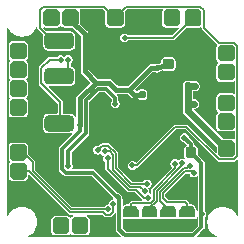
<source format=gbr>
%TF.GenerationSoftware,KiCad,Pcbnew,8.99.0-2608-ga0707285a1*%
%TF.CreationDate,2024-11-05T22:28:22-05:00*%
%TF.ProjectId,scampi,7363616d-7069-42e6-9b69-6361645f7063,rev?*%
%TF.SameCoordinates,Original*%
%TF.FileFunction,Copper,L2,Bot*%
%TF.FilePolarity,Positive*%
%FSLAX46Y46*%
G04 Gerber Fmt 4.6, Leading zero omitted, Abs format (unit mm)*
G04 Created by KiCad (PCBNEW 8.99.0-2608-ga0707285a1) date 2024-11-05 22:28:22*
%MOMM*%
%LPD*%
G01*
G04 APERTURE LIST*
%TA.AperFunction,ViaPad*%
%ADD10C,0.500000*%
%TD*%
%TA.AperFunction,Conductor*%
%ADD11C,0.127000*%
%TD*%
%TA.AperFunction,Conductor*%
%ADD12C,0.400000*%
%TD*%
%TA.AperFunction,Conductor*%
%ADD13C,0.300000*%
%TD*%
%TA.AperFunction,Conductor*%
%ADD14C,0.200000*%
%TD*%
%TA.AperFunction,Conductor*%
%ADD15C,0.600000*%
%TD*%
G04 APERTURE END LIST*
%TA.AperFunction,ComponentPad*%
G36*
G01*
X156100000Y-93890000D02*
X156100000Y-92910000D01*
G75*
G02*
X156310000Y-92700000I210000J0D01*
G01*
X157290000Y-92700000D01*
G75*
G02*
X157500000Y-92910000I0J-210000D01*
G01*
X157500000Y-93890000D01*
G75*
G02*
X157290000Y-94100000I-210000J0D01*
G01*
X156310000Y-94100000D01*
G75*
G02*
X156100000Y-93890000I0J210000D01*
G01*
G37*
%TD.AperFunction*%
%TA.AperFunction,ComponentPad*%
G36*
G01*
X156100000Y-95490000D02*
X156100000Y-94510000D01*
G75*
G02*
X156310000Y-94300000I210000J0D01*
G01*
X157290000Y-94300000D01*
G75*
G02*
X157500000Y-94510000I0J-210000D01*
G01*
X157500000Y-95490000D01*
G75*
G02*
X157290000Y-95700000I-210000J0D01*
G01*
X156310000Y-95700000D01*
G75*
G02*
X156100000Y-95490000I0J210000D01*
G01*
G37*
%TD.AperFunction*%
%TA.AperFunction,ComponentPad*%
G36*
G01*
X156100000Y-89690000D02*
X156100000Y-88710000D01*
G75*
G02*
X156310000Y-88500000I210000J0D01*
G01*
X157290000Y-88500000D01*
G75*
G02*
X157500000Y-88710000I0J-210000D01*
G01*
X157500000Y-89690000D01*
G75*
G02*
X157290000Y-89900000I-210000J0D01*
G01*
X156310000Y-89900000D01*
G75*
G02*
X156100000Y-89690000I0J210000D01*
G01*
G37*
%TD.AperFunction*%
%TA.AperFunction,ComponentPad*%
G36*
G01*
X156100000Y-91290000D02*
X156100000Y-90310000D01*
G75*
G02*
X156310000Y-90100000I210000J0D01*
G01*
X157290000Y-90100000D01*
G75*
G02*
X157500000Y-90310000I0J-210000D01*
G01*
X157500000Y-91290000D01*
G75*
G02*
X157290000Y-91500000I-210000J0D01*
G01*
X156310000Y-91500000D01*
G75*
G02*
X156100000Y-91290000I0J210000D01*
G01*
G37*
%TD.AperFunction*%
%TA.AperFunction,ComponentPad*%
G36*
G01*
X143700000Y-104290000D02*
X143700000Y-103310000D01*
G75*
G02*
X143910000Y-103100000I210000J0D01*
G01*
X144890000Y-103100000D01*
G75*
G02*
X145100000Y-103310000I0J-210000D01*
G01*
X145100000Y-104290000D01*
G75*
G02*
X144890000Y-104500000I-210000J0D01*
G01*
X143910000Y-104500000D01*
G75*
G02*
X143700000Y-104290000I0J210000D01*
G01*
G37*
%TD.AperFunction*%
%TA.AperFunction,ComponentPad*%
G36*
G01*
X139900000Y-98710000D02*
X139900000Y-99690000D01*
G75*
G02*
X139690000Y-99900000I-210000J0D01*
G01*
X138710000Y-99900000D01*
G75*
G02*
X138500000Y-99690000I0J210000D01*
G01*
X138500000Y-98710000D01*
G75*
G02*
X138710000Y-98500000I210000J0D01*
G01*
X139690000Y-98500000D01*
G75*
G02*
X139900000Y-98710000I0J-210000D01*
G01*
G37*
%TD.AperFunction*%
%TA.AperFunction,ComponentPad*%
G36*
G01*
X139900000Y-97110000D02*
X139900000Y-98090000D01*
G75*
G02*
X139690000Y-98300000I-210000J0D01*
G01*
X138710000Y-98300000D01*
G75*
G02*
X138500000Y-98090000I0J210000D01*
G01*
X138500000Y-97110000D01*
G75*
G02*
X138710000Y-96900000I210000J0D01*
G01*
X139690000Y-96900000D01*
G75*
G02*
X139900000Y-97110000I0J-210000D01*
G01*
G37*
%TD.AperFunction*%
%TA.AperFunction,SMDPad,CuDef*%
G36*
G01*
X141750000Y-90450000D02*
X143550000Y-90450000D01*
G75*
G02*
X143900000Y-90800000I0J-350000D01*
G01*
X143900000Y-91500000D01*
G75*
G02*
X143550000Y-91850000I-350000J0D01*
G01*
X141750000Y-91850000D01*
G75*
G02*
X141400000Y-91500000I0J350000D01*
G01*
X141400000Y-90800000D01*
G75*
G02*
X141750000Y-90450000I350000J0D01*
G01*
G37*
%TD.AperFunction*%
%TA.AperFunction,SMDPad,CuDef*%
G36*
G01*
X141750000Y-94450000D02*
X143550000Y-94450000D01*
G75*
G02*
X143900000Y-94800000I0J-350000D01*
G01*
X143900000Y-95500000D01*
G75*
G02*
X143550000Y-95850000I-350000J0D01*
G01*
X141750000Y-95850000D01*
G75*
G02*
X141400000Y-95500000I0J350000D01*
G01*
X141400000Y-94800000D01*
G75*
G02*
X141750000Y-94450000I350000J0D01*
G01*
G37*
%TD.AperFunction*%
%TA.AperFunction,SMDPad,CuDef*%
G36*
G01*
X141750000Y-87450000D02*
X143550000Y-87450000D01*
G75*
G02*
X143900000Y-87800000I0J-350000D01*
G01*
X143900000Y-88500000D01*
G75*
G02*
X143550000Y-88850000I-350000J0D01*
G01*
X141750000Y-88850000D01*
G75*
G02*
X141400000Y-88500000I0J350000D01*
G01*
X141400000Y-87800000D01*
G75*
G02*
X141750000Y-87450000I350000J0D01*
G01*
G37*
%TD.AperFunction*%
%TA.AperFunction,SMDPad,CuDef*%
G36*
G01*
X148450000Y-95550000D02*
X150250000Y-95550000D01*
G75*
G02*
X150600000Y-95900000I0J-350000D01*
G01*
X150600000Y-96600000D01*
G75*
G02*
X150250000Y-96950000I-350000J0D01*
G01*
X148450000Y-96950000D01*
G75*
G02*
X148100000Y-96600000I0J350000D01*
G01*
X148100000Y-95900000D01*
G75*
G02*
X148450000Y-95550000I350000J0D01*
G01*
G37*
%TD.AperFunction*%
%TA.AperFunction,ComponentPad*%
G36*
G01*
X146700000Y-86690000D02*
X146700000Y-85710000D01*
G75*
G02*
X146910000Y-85500000I210000J0D01*
G01*
X147890000Y-85500000D01*
G75*
G02*
X148100000Y-85710000I0J-210000D01*
G01*
X148100000Y-86690000D01*
G75*
G02*
X147890000Y-86900000I-210000J0D01*
G01*
X146910000Y-86900000D01*
G75*
G02*
X146700000Y-86690000I0J210000D01*
G01*
G37*
%TD.AperFunction*%
%TA.AperFunction,ComponentPad*%
G36*
G01*
X144500000Y-86690000D02*
X144500000Y-85710000D01*
G75*
G02*
X144710000Y-85500000I210000J0D01*
G01*
X145690000Y-85500000D01*
G75*
G02*
X145900000Y-85710000I0J-210000D01*
G01*
X145900000Y-86690000D01*
G75*
G02*
X145690000Y-86900000I-210000J0D01*
G01*
X144710000Y-86900000D01*
G75*
G02*
X144500000Y-86690000I0J210000D01*
G01*
G37*
%TD.AperFunction*%
%TA.AperFunction,ComponentPad*%
G36*
G01*
X142900000Y-86690000D02*
X142900000Y-85710000D01*
G75*
G02*
X143110000Y-85500000I210000J0D01*
G01*
X144090000Y-85500000D01*
G75*
G02*
X144300000Y-85710000I0J-210000D01*
G01*
X144300000Y-86690000D01*
G75*
G02*
X144090000Y-86900000I-210000J0D01*
G01*
X143110000Y-86900000D01*
G75*
G02*
X142900000Y-86690000I0J210000D01*
G01*
G37*
%TD.AperFunction*%
%TA.AperFunction,ComponentPad*%
G36*
G01*
X138500000Y-92690000D02*
X138500000Y-91710000D01*
G75*
G02*
X138710000Y-91500000I210000J0D01*
G01*
X139690000Y-91500000D01*
G75*
G02*
X139900000Y-91710000I0J-210000D01*
G01*
X139900000Y-92690000D01*
G75*
G02*
X139690000Y-92900000I-210000J0D01*
G01*
X138710000Y-92900000D01*
G75*
G02*
X138500000Y-92690000I0J210000D01*
G01*
G37*
%TD.AperFunction*%
%TA.AperFunction,ComponentPad*%
G36*
G01*
X141300000Y-86690000D02*
X141300000Y-85710000D01*
G75*
G02*
X141510000Y-85500000I210000J0D01*
G01*
X142490000Y-85500000D01*
G75*
G02*
X142700000Y-85710000I0J-210000D01*
G01*
X142700000Y-86690000D01*
G75*
G02*
X142490000Y-86900000I-210000J0D01*
G01*
X141510000Y-86900000D01*
G75*
G02*
X141300000Y-86690000I0J210000D01*
G01*
G37*
%TD.AperFunction*%
%TA.AperFunction,ComponentPad*%
G36*
G01*
X156109832Y-99625239D02*
X156109832Y-98645239D01*
G75*
G02*
X156319832Y-98435239I210000J0D01*
G01*
X157299832Y-98435239D01*
G75*
G02*
X157509832Y-98645239I0J-210000D01*
G01*
X157509832Y-99625239D01*
G75*
G02*
X157299832Y-99835239I-210000J0D01*
G01*
X156319832Y-99835239D01*
G75*
G02*
X156109832Y-99625239I0J210000D01*
G01*
G37*
%TD.AperFunction*%
%TA.AperFunction,ComponentPad*%
G36*
G01*
X151500000Y-86690000D02*
X151500000Y-85710000D01*
G75*
G02*
X151710000Y-85500000I210000J0D01*
G01*
X152690000Y-85500000D01*
G75*
G02*
X152900000Y-85710000I0J-210000D01*
G01*
X152900000Y-86690000D01*
G75*
G02*
X152690000Y-86900000I-210000J0D01*
G01*
X151710000Y-86900000D01*
G75*
G02*
X151500000Y-86690000I0J210000D01*
G01*
G37*
%TD.AperFunction*%
%TA.AperFunction,ComponentPad*%
G36*
G01*
X138500000Y-95890000D02*
X138500000Y-94910000D01*
G75*
G02*
X138710000Y-94700000I210000J0D01*
G01*
X139690000Y-94700000D01*
G75*
G02*
X139900000Y-94910000I0J-210000D01*
G01*
X139900000Y-95890000D01*
G75*
G02*
X139690000Y-96100000I-210000J0D01*
G01*
X138710000Y-96100000D01*
G75*
G02*
X138500000Y-95890000I0J210000D01*
G01*
G37*
%TD.AperFunction*%
%TA.AperFunction,ComponentPad*%
G36*
G01*
X138500000Y-101290000D02*
X138500000Y-100310000D01*
G75*
G02*
X138710000Y-100100000I210000J0D01*
G01*
X139690000Y-100100000D01*
G75*
G02*
X139900000Y-100310000I0J-210000D01*
G01*
X139900000Y-101290000D01*
G75*
G02*
X139690000Y-101500000I-210000J0D01*
G01*
X138710000Y-101500000D01*
G75*
G02*
X138500000Y-101290000I0J210000D01*
G01*
G37*
%TD.AperFunction*%
%TA.AperFunction,ComponentPad*%
G36*
G01*
X138500000Y-89490000D02*
X138500000Y-88510000D01*
G75*
G02*
X138710000Y-88300000I210000J0D01*
G01*
X139690000Y-88300000D01*
G75*
G02*
X139900000Y-88510000I0J-210000D01*
G01*
X139900000Y-89490000D01*
G75*
G02*
X139690000Y-89700000I-210000J0D01*
G01*
X138710000Y-89700000D01*
G75*
G02*
X138500000Y-89490000I0J210000D01*
G01*
G37*
%TD.AperFunction*%
%TA.AperFunction,ComponentPad*%
G36*
G01*
X138500000Y-94290000D02*
X138500000Y-93310000D01*
G75*
G02*
X138710000Y-93100000I210000J0D01*
G01*
X139690000Y-93100000D01*
G75*
G02*
X139900000Y-93310000I0J-210000D01*
G01*
X139900000Y-94290000D01*
G75*
G02*
X139690000Y-94500000I-210000J0D01*
G01*
X138710000Y-94500000D01*
G75*
G02*
X138500000Y-94290000I0J210000D01*
G01*
G37*
%TD.AperFunction*%
%TA.AperFunction,ComponentPad*%
G36*
G01*
X156109832Y-97775239D02*
X156109832Y-96795239D01*
G75*
G02*
X156319832Y-96585239I210000J0D01*
G01*
X157299832Y-96585239D01*
G75*
G02*
X157509832Y-96795239I0J-210000D01*
G01*
X157509832Y-97775239D01*
G75*
G02*
X157299832Y-97985239I-210000J0D01*
G01*
X156319832Y-97985239D01*
G75*
G02*
X156109832Y-97775239I0J210000D01*
G01*
G37*
%TD.AperFunction*%
%TA.AperFunction,ComponentPad*%
G36*
G01*
X138500000Y-91090000D02*
X138500000Y-90110000D01*
G75*
G02*
X138710000Y-89900000I210000J0D01*
G01*
X139690000Y-89900000D01*
G75*
G02*
X139900000Y-90110000I0J-210000D01*
G01*
X139900000Y-91090000D01*
G75*
G02*
X139690000Y-91300000I-210000J0D01*
G01*
X138710000Y-91300000D01*
G75*
G02*
X138500000Y-91090000I0J210000D01*
G01*
G37*
%TD.AperFunction*%
%TA.AperFunction,ComponentPad*%
G36*
G01*
X153300000Y-86690000D02*
X153300000Y-85710000D01*
G75*
G02*
X153510000Y-85500000I210000J0D01*
G01*
X154490000Y-85500000D01*
G75*
G02*
X154700000Y-85710000I0J-210000D01*
G01*
X154700000Y-86690000D01*
G75*
G02*
X154490000Y-86900000I-210000J0D01*
G01*
X153510000Y-86900000D01*
G75*
G02*
X153300000Y-86690000I0J210000D01*
G01*
G37*
%TD.AperFunction*%
%TA.AperFunction,SMDPad,CuDef*%
G36*
G01*
X153840000Y-93305411D02*
X153840000Y-93645411D01*
G75*
G02*
X153700000Y-93785411I-140000J0D01*
G01*
X153420000Y-93785411D01*
G75*
G02*
X153280000Y-93645411I0J140000D01*
G01*
X153280000Y-93305411D01*
G75*
G02*
X153420000Y-93165411I140000J0D01*
G01*
X153700000Y-93165411D01*
G75*
G02*
X153840000Y-93305411I0J-140000D01*
G01*
G37*
%TD.AperFunction*%
%TA.AperFunction,SMDPad,CuDef*%
G36*
G01*
X152880000Y-93305411D02*
X152880000Y-93645411D01*
G75*
G02*
X152740000Y-93785411I-140000J0D01*
G01*
X152460000Y-93785411D01*
G75*
G02*
X152320000Y-93645411I0J140000D01*
G01*
X152320000Y-93305411D01*
G75*
G02*
X152460000Y-93165411I140000J0D01*
G01*
X152740000Y-93165411D01*
G75*
G02*
X152880000Y-93305411I0J-140000D01*
G01*
G37*
%TD.AperFunction*%
%TA.AperFunction,SMDPad,CuDef*%
G36*
X150975000Y-103300000D02*
G01*
X150975000Y-103800000D01*
X150969911Y-103800000D01*
X150969911Y-103871157D01*
X150929816Y-104007708D01*
X150852875Y-104127430D01*
X150745320Y-104220627D01*
X150615866Y-104279746D01*
X150475000Y-104300000D01*
X150125000Y-104300000D01*
X149984134Y-104279746D01*
X149854680Y-104220627D01*
X149747125Y-104127430D01*
X149670184Y-104007708D01*
X149630089Y-103871157D01*
X149630089Y-103800000D01*
X149625000Y-103800000D01*
X149625000Y-103300000D01*
X150975000Y-103300000D01*
G37*
%TD.AperFunction*%
%TA.AperFunction,SMDPad,CuDef*%
G36*
X149630089Y-102600000D02*
G01*
X149630089Y-102528843D01*
X149670184Y-102392292D01*
X149747125Y-102272570D01*
X149854680Y-102179373D01*
X149984134Y-102120254D01*
X150125000Y-102100000D01*
X150475000Y-102100000D01*
X150615866Y-102120254D01*
X150745320Y-102179373D01*
X150852875Y-102272570D01*
X150929816Y-102392292D01*
X150969911Y-102528843D01*
X150969911Y-102600000D01*
X150975000Y-102600000D01*
X150975000Y-103100000D01*
X149625000Y-103100000D01*
X149625000Y-102600000D01*
X149630089Y-102600000D01*
G37*
%TD.AperFunction*%
%TA.AperFunction,SMDPad,CuDef*%
G36*
X149375000Y-103300000D02*
G01*
X149375000Y-103800000D01*
X149369911Y-103800000D01*
X149369911Y-103871157D01*
X149329816Y-104007708D01*
X149252875Y-104127430D01*
X149145320Y-104220627D01*
X149015866Y-104279746D01*
X148875000Y-104300000D01*
X148525000Y-104300000D01*
X148384134Y-104279746D01*
X148254680Y-104220627D01*
X148147125Y-104127430D01*
X148070184Y-104007708D01*
X148030089Y-103871157D01*
X148030089Y-103800000D01*
X148025000Y-103800000D01*
X148025000Y-103300000D01*
X149375000Y-103300000D01*
G37*
%TD.AperFunction*%
%TA.AperFunction,SMDPad,CuDef*%
G36*
X148030089Y-102600000D02*
G01*
X148030089Y-102528843D01*
X148070184Y-102392292D01*
X148147125Y-102272570D01*
X148254680Y-102179373D01*
X148384134Y-102120254D01*
X148525000Y-102100000D01*
X148875000Y-102100000D01*
X149015866Y-102120254D01*
X149145320Y-102179373D01*
X149252875Y-102272570D01*
X149329816Y-102392292D01*
X149369911Y-102528843D01*
X149369911Y-102600000D01*
X149375000Y-102600000D01*
X149375000Y-103100000D01*
X148025000Y-103100000D01*
X148025000Y-102600000D01*
X148030089Y-102600000D01*
G37*
%TD.AperFunction*%
%TA.AperFunction,SMDPad,CuDef*%
G36*
X154175000Y-103300000D02*
G01*
X154175000Y-103800000D01*
X154169911Y-103800000D01*
X154169911Y-103871157D01*
X154129816Y-104007708D01*
X154052875Y-104127430D01*
X153945320Y-104220627D01*
X153815866Y-104279746D01*
X153675000Y-104300000D01*
X153325000Y-104300000D01*
X153184134Y-104279746D01*
X153054680Y-104220627D01*
X152947125Y-104127430D01*
X152870184Y-104007708D01*
X152830089Y-103871157D01*
X152830089Y-103800000D01*
X152825000Y-103800000D01*
X152825000Y-103300000D01*
X154175000Y-103300000D01*
G37*
%TD.AperFunction*%
%TA.AperFunction,SMDPad,CuDef*%
G36*
X152830089Y-102600000D02*
G01*
X152830089Y-102528843D01*
X152870184Y-102392292D01*
X152947125Y-102272570D01*
X153054680Y-102179373D01*
X153184134Y-102120254D01*
X153325000Y-102100000D01*
X153675000Y-102100000D01*
X153815866Y-102120254D01*
X153945320Y-102179373D01*
X154052875Y-102272570D01*
X154129816Y-102392292D01*
X154169911Y-102528843D01*
X154169911Y-102600000D01*
X154175000Y-102600000D01*
X154175000Y-103100000D01*
X152825000Y-103100000D01*
X152825000Y-102600000D01*
X152830089Y-102600000D01*
G37*
%TD.AperFunction*%
%TA.AperFunction,SMDPad,CuDef*%
G36*
G01*
X149424518Y-92873604D02*
X149424518Y-92533604D01*
G75*
G02*
X149564518Y-92393604I140000J0D01*
G01*
X149844518Y-92393604D01*
G75*
G02*
X149984518Y-92533604I0J-140000D01*
G01*
X149984518Y-92873604D01*
G75*
G02*
X149844518Y-93013604I-140000J0D01*
G01*
X149564518Y-93013604D01*
G75*
G02*
X149424518Y-92873604I0J140000D01*
G01*
G37*
%TD.AperFunction*%
%TA.AperFunction,SMDPad,CuDef*%
G36*
G01*
X150384518Y-92873604D02*
X150384518Y-92533604D01*
G75*
G02*
X150524518Y-92393604I140000J0D01*
G01*
X150804518Y-92393604D01*
G75*
G02*
X150944518Y-92533604I0J-140000D01*
G01*
X150944518Y-92873604D01*
G75*
G02*
X150804518Y-93013604I-140000J0D01*
G01*
X150524518Y-93013604D01*
G75*
G02*
X150384518Y-92873604I0J140000D01*
G01*
G37*
%TD.AperFunction*%
%TA.AperFunction,SMDPad,CuDef*%
G36*
G01*
X152150000Y-90550000D02*
X151650000Y-90550000D01*
G75*
G02*
X151425000Y-90325000I0J225000D01*
G01*
X151425000Y-89875000D01*
G75*
G02*
X151650000Y-89650000I225000J0D01*
G01*
X152150000Y-89650000D01*
G75*
G02*
X152375000Y-89875000I0J-225000D01*
G01*
X152375000Y-90325000D01*
G75*
G02*
X152150000Y-90550000I-225000J0D01*
G01*
G37*
%TD.AperFunction*%
%TA.AperFunction,SMDPad,CuDef*%
G36*
G01*
X152150000Y-89000000D02*
X151650000Y-89000000D01*
G75*
G02*
X151425000Y-88775000I0J225000D01*
G01*
X151425000Y-88325000D01*
G75*
G02*
X151650000Y-88100000I225000J0D01*
G01*
X152150000Y-88100000D01*
G75*
G02*
X152375000Y-88325000I0J-225000D01*
G01*
X152375000Y-88775000D01*
G75*
G02*
X152150000Y-89000000I-225000J0D01*
G01*
G37*
%TD.AperFunction*%
%TA.AperFunction,SMDPad,CuDef*%
G36*
X152575000Y-103300000D02*
G01*
X152575000Y-103800000D01*
X152569911Y-103800000D01*
X152569911Y-103871157D01*
X152529816Y-104007708D01*
X152452875Y-104127430D01*
X152345320Y-104220627D01*
X152215866Y-104279746D01*
X152075000Y-104300000D01*
X151725000Y-104300000D01*
X151584134Y-104279746D01*
X151454680Y-104220627D01*
X151347125Y-104127430D01*
X151270184Y-104007708D01*
X151230089Y-103871157D01*
X151230089Y-103800000D01*
X151225000Y-103800000D01*
X151225000Y-103300000D01*
X152575000Y-103300000D01*
G37*
%TD.AperFunction*%
%TA.AperFunction,SMDPad,CuDef*%
G36*
X151230089Y-102600000D02*
G01*
X151230089Y-102528843D01*
X151270184Y-102392292D01*
X151347125Y-102272570D01*
X151454680Y-102179373D01*
X151584134Y-102120254D01*
X151725000Y-102100000D01*
X152075000Y-102100000D01*
X152215866Y-102120254D01*
X152345320Y-102179373D01*
X152452875Y-102272570D01*
X152529816Y-102392292D01*
X152569911Y-102528843D01*
X152569911Y-102600000D01*
X152575000Y-102600000D01*
X152575000Y-103100000D01*
X151225000Y-103100000D01*
X151225000Y-102600000D01*
X151230089Y-102600000D01*
G37*
%TD.AperFunction*%
%TA.AperFunction,SMDPad,CuDef*%
G36*
G01*
X154250000Y-97350000D02*
X154250000Y-97850000D01*
G75*
G02*
X154025000Y-98075000I-225000J0D01*
G01*
X153575000Y-98075000D01*
G75*
G02*
X153350000Y-97850000I0J225000D01*
G01*
X153350000Y-97350000D01*
G75*
G02*
X153575000Y-97125000I225000J0D01*
G01*
X154025000Y-97125000D01*
G75*
G02*
X154250000Y-97350000I0J-225000D01*
G01*
G37*
%TD.AperFunction*%
%TA.AperFunction,SMDPad,CuDef*%
G36*
G01*
X152700000Y-97350000D02*
X152700000Y-97850000D01*
G75*
G02*
X152475000Y-98075000I-225000J0D01*
G01*
X152025000Y-98075000D01*
G75*
G02*
X151800000Y-97850000I0J225000D01*
G01*
X151800000Y-97350000D01*
G75*
G02*
X152025000Y-97125000I225000J0D01*
G01*
X152475000Y-97125000D01*
G75*
G02*
X152700000Y-97350000I0J-225000D01*
G01*
G37*
%TD.AperFunction*%
%TA.AperFunction,SMDPad,CuDef*%
G36*
G01*
X153840000Y-91805000D02*
X153840000Y-92145000D01*
G75*
G02*
X153700000Y-92285000I-140000J0D01*
G01*
X153420000Y-92285000D01*
G75*
G02*
X153280000Y-92145000I0J140000D01*
G01*
X153280000Y-91805000D01*
G75*
G02*
X153420000Y-91665000I140000J0D01*
G01*
X153700000Y-91665000D01*
G75*
G02*
X153840000Y-91805000I0J-140000D01*
G01*
G37*
%TD.AperFunction*%
%TA.AperFunction,SMDPad,CuDef*%
G36*
G01*
X152880000Y-91805000D02*
X152880000Y-92145000D01*
G75*
G02*
X152740000Y-92285000I-140000J0D01*
G01*
X152460000Y-92285000D01*
G75*
G02*
X152320000Y-92145000I0J140000D01*
G01*
X152320000Y-91805000D01*
G75*
G02*
X152460000Y-91665000I140000J0D01*
G01*
X152740000Y-91665000D01*
G75*
G02*
X152880000Y-91805000I0J-140000D01*
G01*
G37*
%TD.AperFunction*%
%TA.AperFunction,ComponentPad*%
G36*
G01*
X145300000Y-104290000D02*
X145300000Y-103310000D01*
G75*
G02*
X145510000Y-103100000I210000J0D01*
G01*
X146490000Y-103100000D01*
G75*
G02*
X146700000Y-103310000I0J-210000D01*
G01*
X146700000Y-104290000D01*
G75*
G02*
X146490000Y-104500000I-210000J0D01*
G01*
X145510000Y-104500000D01*
G75*
G02*
X145300000Y-104290000I0J210000D01*
G01*
G37*
%TD.AperFunction*%
%TA.AperFunction,ComponentPad*%
G36*
G01*
X142100000Y-104290000D02*
X142100000Y-103310000D01*
G75*
G02*
X142310000Y-103100000I210000J0D01*
G01*
X143290000Y-103100000D01*
G75*
G02*
X143500000Y-103310000I0J-210000D01*
G01*
X143500000Y-104290000D01*
G75*
G02*
X143290000Y-104500000I-210000J0D01*
G01*
X142310000Y-104500000D01*
G75*
G02*
X142100000Y-104290000I0J210000D01*
G01*
G37*
%TD.AperFunction*%
D10*
X147208323Y-101991841D03*
X146760575Y-102430764D03*
X146094763Y-98043240D03*
X147660875Y-96031795D03*
X150932227Y-90460000D03*
X140650000Y-96450000D03*
X146690231Y-101488324D03*
X141019320Y-98452748D03*
X144800000Y-100630000D03*
X141347667Y-89295030D03*
X150734900Y-85730635D03*
X148200330Y-87221401D03*
X142772997Y-89750000D03*
X148200000Y-87900000D03*
X146500000Y-89900000D03*
X148850000Y-98700000D03*
X142437163Y-96318299D03*
X145600000Y-94600000D03*
X151000000Y-99350000D03*
X147600000Y-101400000D03*
X147500000Y-92300000D03*
X145742013Y-91683407D03*
X153259726Y-96345912D03*
X154725846Y-102825846D03*
X150675000Y-93725000D03*
X144930000Y-98510000D03*
X147094782Y-103833576D03*
X148766461Y-89168761D03*
X155498919Y-98731486D03*
X141500000Y-93950000D03*
X152450000Y-100700000D03*
X152100000Y-95200000D03*
X153050000Y-87950000D03*
X140241844Y-89830053D03*
X156250000Y-101500000D03*
X146231267Y-87073168D03*
X149329349Y-95000000D03*
X145029276Y-96886129D03*
X147700000Y-91050000D03*
X150500000Y-89200000D03*
X140245146Y-93007561D03*
X148700000Y-103800000D03*
X141430000Y-102620000D03*
X157150000Y-100300000D03*
X155809233Y-92092842D03*
X155000000Y-88100000D03*
X141400000Y-104000000D03*
X151250000Y-87250000D03*
X140750000Y-88050000D03*
X154100000Y-91100000D03*
X142680000Y-100610000D03*
X148250000Y-98200000D03*
X140580000Y-101730000D03*
X147392781Y-93483309D03*
X143427000Y-98777000D03*
X154119756Y-91969043D03*
X154100000Y-93475411D03*
X146764724Y-98109168D03*
X150213060Y-101443252D03*
X149900000Y-100900000D03*
X146534121Y-97517784D03*
X143400000Y-89750000D03*
X150094689Y-100259952D03*
X145916702Y-97402483D03*
X153072451Y-98484931D03*
X154078546Y-99332983D03*
X153713381Y-98729789D03*
X152447901Y-98540324D03*
X144400000Y-95300000D03*
D11*
X146463500Y-85263500D02*
X147400000Y-86200000D01*
X141286500Y-85263500D02*
X146463500Y-85263500D01*
X141000000Y-87050000D02*
X141000000Y-85550000D01*
X142100000Y-88150000D02*
X141000000Y-87050000D01*
X141000000Y-85550000D02*
X141286500Y-85263500D01*
X142750000Y-88150000D02*
X142100000Y-88150000D01*
D12*
X144800000Y-87560000D02*
X143600000Y-86360000D01*
X144800000Y-90741394D02*
X144800000Y-87560000D01*
X145742013Y-91683407D02*
X144800000Y-90741394D01*
X143600000Y-86360000D02*
X143600000Y-86200000D01*
D13*
X143427000Y-97473000D02*
X143427000Y-98777000D01*
X144927000Y-95973000D02*
X143427000Y-97473000D01*
X144927000Y-93173000D02*
X144927000Y-95973000D01*
X145900000Y-92200000D02*
X144927000Y-93173000D01*
X147392781Y-93483309D02*
X147392781Y-92992781D01*
X147392781Y-92992781D02*
X146600000Y-92200000D01*
X146600000Y-92200000D02*
X145900000Y-92200000D01*
D12*
X150932227Y-90460000D02*
X151900000Y-90100000D01*
X150932227Y-90460000D02*
X150440000Y-90460000D01*
X150440000Y-90460000D02*
X148600000Y-92300000D01*
D14*
X142750000Y-93350000D02*
X142750000Y-95150000D01*
X141150000Y-91750000D02*
X142750000Y-93350000D01*
X141150000Y-90450000D02*
X141150000Y-91750000D01*
X141850000Y-89750000D02*
X141150000Y-90450000D01*
X142772997Y-89750000D02*
X141850000Y-89750000D01*
X143400000Y-90500000D02*
X143400000Y-89750000D01*
X142750000Y-91150000D02*
X143400000Y-90500000D01*
D13*
X154700000Y-98500000D02*
X153800000Y-97600000D01*
X154700000Y-103900000D02*
X154700000Y-98500000D01*
X148213651Y-104600000D02*
X154000000Y-104600000D01*
X147743000Y-104129349D02*
X148213651Y-104600000D01*
X147743000Y-101543000D02*
X147743000Y-104129349D01*
X154000000Y-104600000D02*
X154700000Y-103900000D01*
X143208709Y-99304000D02*
X145504000Y-99304000D01*
X144400000Y-95300000D02*
X144400000Y-95800000D01*
D12*
X144400000Y-93025420D02*
X145742013Y-91683407D01*
D13*
X142900000Y-98995291D02*
X143208709Y-99304000D01*
D12*
X144400000Y-95300000D02*
X144400000Y-93025420D01*
D13*
X145504000Y-99304000D02*
X147743000Y-101543000D01*
X142900000Y-97300000D02*
X142900000Y-98995291D01*
X144400000Y-95800000D02*
X142900000Y-97300000D01*
D14*
X148227000Y-87873000D02*
X148200000Y-87900000D01*
X151750000Y-87873000D02*
X148227000Y-87873000D01*
X152327000Y-87873000D02*
X151750000Y-87873000D01*
X152800000Y-87400000D02*
X152327000Y-87873000D01*
X154000000Y-86200000D02*
X152800000Y-87400000D01*
D12*
X148600000Y-92300000D02*
X147500000Y-92300000D01*
D13*
X153800000Y-97600000D02*
X153800000Y-96900000D01*
D12*
X149003604Y-92703604D02*
X148600000Y-92300000D01*
X149704518Y-92703604D02*
X149003604Y-92703604D01*
D13*
X153800000Y-96900000D02*
X153250000Y-96350000D01*
D15*
X153560000Y-94060000D02*
X153560000Y-93475411D01*
X156785239Y-97285239D02*
X153560000Y-94060000D01*
X153565957Y-91969043D02*
X154119756Y-91969043D01*
X153560000Y-91975000D02*
X153560000Y-93475411D01*
X154119756Y-91969043D02*
X153975794Y-91969043D01*
X153955627Y-93475000D02*
X153956038Y-93475411D01*
X153560000Y-93475411D02*
X154100000Y-93475411D01*
X153560000Y-91975000D02*
X153565957Y-91969043D01*
X156809832Y-97285239D02*
X156785239Y-97285239D01*
D11*
X150213060Y-101443252D02*
X149820290Y-101443252D01*
X148549532Y-100767952D02*
X146764724Y-98983144D01*
X146764724Y-98983144D02*
X146764724Y-98109168D01*
X149820290Y-101443252D02*
X149144990Y-100767952D01*
X149144990Y-100767952D02*
X148549532Y-100767952D01*
X147205224Y-99064434D02*
X148654742Y-100513952D01*
X147205224Y-97805224D02*
X147205224Y-99064434D01*
X149513952Y-100513952D02*
X149900000Y-100900000D01*
X146917784Y-97517784D02*
X147205224Y-97805224D01*
X146534121Y-97517784D02*
X146917784Y-97517784D01*
X148654742Y-100513952D02*
X149513952Y-100513952D01*
X147459224Y-97673505D02*
X147459224Y-98959224D01*
X146284922Y-97034263D02*
X146819982Y-97034263D01*
X145916702Y-97402483D02*
X146284922Y-97034263D01*
X148759952Y-100259952D02*
X150094689Y-100259952D01*
X147459224Y-98959224D02*
X148759952Y-100259952D01*
X146819982Y-97034263D02*
X147459224Y-97673505D01*
X153072451Y-98686759D02*
X153072451Y-98484931D01*
X150300000Y-102338484D02*
X150907560Y-101730924D01*
X150907560Y-100851650D02*
X153072451Y-98686759D01*
X150907560Y-101730924D02*
X150907560Y-100851650D01*
X150300000Y-102600000D02*
X150300000Y-102338484D01*
X151454000Y-101454000D02*
X151454000Y-101023630D01*
X153500000Y-102000000D02*
X153300000Y-101800000D01*
X153300000Y-101800000D02*
X151800000Y-101800000D01*
X151454000Y-101023630D02*
X153277630Y-99200000D01*
X153277630Y-99200000D02*
X153945563Y-99200000D01*
X151800000Y-101800000D02*
X151454000Y-101454000D01*
X153500000Y-102600000D02*
X153500000Y-102000000D01*
X153945563Y-99200000D02*
X154078546Y-99332983D01*
X153713381Y-98729789D02*
X153517739Y-98925431D01*
X151200000Y-101700000D02*
X151900000Y-102400000D01*
X151900000Y-102400000D02*
X151900000Y-102600000D01*
X151200000Y-100918420D02*
X151200000Y-101700000D01*
X153192989Y-98925431D02*
X151200000Y-100918420D01*
X153517739Y-98925431D02*
X153192989Y-98925431D01*
X150395522Y-101883752D02*
X150653560Y-101625714D01*
X150653560Y-100746440D02*
X152447901Y-98952099D01*
X148700000Y-102600000D02*
X148700000Y-102000000D01*
X152447901Y-98952099D02*
X152447901Y-98540324D01*
X148700000Y-102000000D02*
X148816248Y-101883752D01*
X150653560Y-101625714D02*
X150653560Y-100746440D01*
X148816248Y-101883752D02*
X150395522Y-101883752D01*
X146943037Y-102871264D02*
X147208323Y-102605978D01*
X147208323Y-102605978D02*
X147208323Y-101991841D01*
X146578113Y-102871264D02*
X146943037Y-102871264D01*
X143584764Y-102684764D02*
X146391613Y-102684764D01*
X139200000Y-99200000D02*
X140100000Y-99200000D01*
X140100000Y-99200000D02*
X143584764Y-102684764D01*
X146391613Y-102684764D02*
X146578113Y-102871264D01*
X139600000Y-97600000D02*
X139200000Y-97600000D01*
X140400000Y-98400000D02*
X139600000Y-97600000D01*
X143689974Y-102430764D02*
X140400000Y-99140790D01*
X146760575Y-102430764D02*
X143689974Y-102430764D01*
X140400000Y-99140790D02*
X140400000Y-98400000D01*
D12*
X145742013Y-91683407D02*
X145758606Y-91700000D01*
X146900000Y-91700000D02*
X147500000Y-92300000D01*
X145758606Y-91700000D02*
X146900000Y-91700000D01*
D11*
X148336500Y-85263500D02*
X147400000Y-86200000D01*
X154615710Y-85263500D02*
X148336500Y-85263500D01*
X154900000Y-85547790D02*
X154615710Y-85263500D01*
X154900000Y-87050000D02*
X154900000Y-85547790D01*
X157452210Y-88300000D02*
X156150000Y-88300000D01*
X157447281Y-98200000D02*
X157736500Y-97910781D01*
X156172383Y-98200000D02*
X157447281Y-98200000D01*
X152500000Y-95450000D02*
X153422383Y-95450000D01*
X157736500Y-97910781D02*
X157736500Y-88584290D01*
X153422383Y-95450000D02*
X156172383Y-98200000D01*
X149250000Y-98700000D02*
X152500000Y-95450000D01*
X157736500Y-88584290D02*
X157452210Y-88300000D01*
X148850000Y-98700000D02*
X149250000Y-98700000D01*
X156150000Y-88300000D02*
X154900000Y-87050000D01*
%TA.AperFunction,Conductor*%
G36*
X142844194Y-86901491D02*
G01*
X142913430Y-86970727D01*
X142913431Y-86970727D01*
X142913432Y-86970728D01*
X143021301Y-87021029D01*
X143070455Y-87027500D01*
X143778456Y-87027499D01*
X143822650Y-87045805D01*
X144454194Y-87677349D01*
X144472500Y-87721543D01*
X144472500Y-90784515D01*
X144494818Y-90867801D01*
X144494818Y-90867803D01*
X144494819Y-90867804D01*
X144537935Y-90942484D01*
X144537939Y-90942488D01*
X145234664Y-91639213D01*
X145252970Y-91683407D01*
X145234664Y-91727601D01*
X144137939Y-92824325D01*
X144137936Y-92824329D01*
X144137935Y-92824330D01*
X144131271Y-92835873D01*
X144094818Y-92899010D01*
X144094818Y-92899012D01*
X144072500Y-92982298D01*
X144072500Y-94513402D01*
X144054194Y-94557596D01*
X144010000Y-94575902D01*
X143965806Y-94557596D01*
X143959967Y-94550858D01*
X143891114Y-94458884D01*
X143891112Y-94458882D01*
X143781200Y-94376601D01*
X143781197Y-94376599D01*
X143652545Y-94328615D01*
X143595675Y-94322500D01*
X143595668Y-94322500D01*
X143040000Y-94322500D01*
X142995806Y-94304194D01*
X142977500Y-94260000D01*
X142977500Y-93304749D01*
X142977499Y-93304745D01*
X142970350Y-93287485D01*
X142958408Y-93258654D01*
X142942866Y-93221132D01*
X141805928Y-92084194D01*
X141787622Y-92040000D01*
X141805928Y-91995806D01*
X141850122Y-91977500D01*
X143595662Y-91977500D01*
X143595668Y-91977500D01*
X143652544Y-91971385D01*
X143781195Y-91923401D01*
X143781195Y-91923400D01*
X143781197Y-91923400D01*
X143781200Y-91923398D01*
X143876541Y-91852025D01*
X143891115Y-91841115D01*
X143937875Y-91778652D01*
X143973398Y-91731200D01*
X143973400Y-91731197D01*
X143982592Y-91706552D01*
X144021385Y-91602544D01*
X144027500Y-91545668D01*
X144027500Y-90754332D01*
X144021385Y-90697456D01*
X143973401Y-90568805D01*
X143973400Y-90568802D01*
X143973398Y-90568799D01*
X143891117Y-90458887D01*
X143891112Y-90458882D01*
X143781200Y-90376601D01*
X143781197Y-90376599D01*
X143668158Y-90334438D01*
X143633148Y-90301842D01*
X143627500Y-90275879D01*
X143627500Y-90082254D01*
X143645806Y-90038060D01*
X143669309Y-90014557D01*
X143709211Y-89974655D01*
X143763500Y-89868108D01*
X143782206Y-89750000D01*
X143763500Y-89631892D01*
X143709211Y-89525345D01*
X143624655Y-89440789D01*
X143518108Y-89386500D01*
X143400000Y-89367794D01*
X143281891Y-89386500D01*
X143281890Y-89386500D01*
X143175346Y-89440788D01*
X143130692Y-89485442D01*
X143086497Y-89503747D01*
X143042304Y-89485441D01*
X142997652Y-89440789D01*
X142891105Y-89386500D01*
X142772997Y-89367794D01*
X142654888Y-89386500D01*
X142654887Y-89386500D01*
X142548341Y-89440789D01*
X142484937Y-89504194D01*
X142440743Y-89522500D01*
X141804744Y-89522500D01*
X141721135Y-89557132D01*
X141721130Y-89557136D01*
X140957136Y-90321130D01*
X140957132Y-90321135D01*
X140922500Y-90404744D01*
X140922500Y-91795255D01*
X140957132Y-91878864D01*
X140957136Y-91878869D01*
X142504194Y-93425927D01*
X142522500Y-93470121D01*
X142522500Y-94260000D01*
X142504194Y-94304194D01*
X142460000Y-94322500D01*
X141704324Y-94322500D01*
X141647454Y-94328615D01*
X141518802Y-94376599D01*
X141518799Y-94376601D01*
X141408887Y-94458882D01*
X141408882Y-94458887D01*
X141326601Y-94568799D01*
X141326599Y-94568802D01*
X141278615Y-94697454D01*
X141272500Y-94754324D01*
X141272500Y-95545675D01*
X141278615Y-95602545D01*
X141326599Y-95731197D01*
X141326601Y-95731200D01*
X141408882Y-95841112D01*
X141408887Y-95841117D01*
X141518799Y-95923398D01*
X141518802Y-95923400D01*
X141518805Y-95923401D01*
X141647456Y-95971385D01*
X141704332Y-95977500D01*
X141704338Y-95977500D01*
X143595662Y-95977500D01*
X143595668Y-95977500D01*
X143652544Y-95971385D01*
X143676207Y-95962559D01*
X143724010Y-95964265D01*
X143756607Y-95999275D01*
X143754901Y-96047080D01*
X143742242Y-96065312D01*
X142677943Y-97129611D01*
X142641411Y-97192888D01*
X142641410Y-97192890D01*
X142622499Y-97263460D01*
X142622499Y-97341565D01*
X142622500Y-97341578D01*
X142622500Y-98954915D01*
X142622499Y-98954933D01*
X142622499Y-99031830D01*
X142641410Y-99102400D01*
X142641411Y-99102402D01*
X142677942Y-99165678D01*
X142677946Y-99165683D01*
X142984465Y-99472200D01*
X142984470Y-99472206D01*
X142986653Y-99474389D01*
X143038320Y-99526056D01*
X143101598Y-99562589D01*
X143172175Y-99581500D01*
X143245243Y-99581500D01*
X145363167Y-99581500D01*
X145407361Y-99599806D01*
X147205359Y-101397803D01*
X147222456Y-101429761D01*
X147222703Y-101430999D01*
X147236500Y-101518108D01*
X147242408Y-101529704D01*
X147244097Y-101538161D01*
X147240995Y-101553811D01*
X147242246Y-101569714D01*
X147236513Y-101576425D01*
X147234797Y-101585084D01*
X147221538Y-101593956D01*
X147211178Y-101606086D01*
X147196084Y-101610990D01*
X147195042Y-101611688D01*
X147194355Y-101611551D01*
X147192583Y-101612127D01*
X147155104Y-101618063D01*
X147090214Y-101628341D01*
X147090213Y-101628341D01*
X146983667Y-101682630D01*
X146899112Y-101767185D01*
X146844823Y-101873731D01*
X146844823Y-101873732D01*
X146844823Y-101873733D01*
X146826117Y-101991841D01*
X146826117Y-101991842D01*
X146825485Y-101995835D01*
X146800491Y-102036621D01*
X146763754Y-102048558D01*
X146760578Y-102048558D01*
X146760576Y-102048558D01*
X146760575Y-102048558D01*
X146684139Y-102060664D01*
X146642466Y-102067264D01*
X146642465Y-102067264D01*
X146535919Y-102121553D01*
X146451362Y-102206110D01*
X146448471Y-102210090D01*
X146447346Y-102209272D01*
X146415233Y-102236704D01*
X146395916Y-102239764D01*
X143794977Y-102239764D01*
X143750783Y-102221458D01*
X140609306Y-99079981D01*
X140591000Y-99035787D01*
X140591000Y-98362010D01*
X140591000Y-98362008D01*
X140561922Y-98291807D01*
X140508193Y-98238078D01*
X140045805Y-97775690D01*
X140027499Y-97731496D01*
X140027499Y-97070464D01*
X140027499Y-97070456D01*
X140021029Y-97021301D01*
X139970728Y-96913432D01*
X139970727Y-96913431D01*
X139970727Y-96913430D01*
X139886569Y-96829272D01*
X139778698Y-96778970D01*
X139729545Y-96772500D01*
X138670464Y-96772500D01*
X138670462Y-96772500D01*
X138670456Y-96772501D01*
X138621301Y-96778971D01*
X138621299Y-96778971D01*
X138621298Y-96778972D01*
X138513430Y-96829272D01*
X138513430Y-96829273D01*
X138429273Y-96913430D01*
X138429272Y-96913430D01*
X138378970Y-97021301D01*
X138372500Y-97070448D01*
X138372500Y-98129535D01*
X138372500Y-98129536D01*
X138372501Y-98129544D01*
X138378971Y-98178699D01*
X138378972Y-98178701D01*
X138429272Y-98286569D01*
X138498509Y-98355806D01*
X138516815Y-98400000D01*
X138498509Y-98444194D01*
X138429273Y-98513430D01*
X138429272Y-98513430D01*
X138378970Y-98621301D01*
X138372500Y-98670448D01*
X138372500Y-99729535D01*
X138372500Y-99729536D01*
X138372501Y-99729544D01*
X138378971Y-99778699D01*
X138378972Y-99778701D01*
X138429272Y-99886569D01*
X138513430Y-99970727D01*
X138513431Y-99970727D01*
X138513432Y-99970728D01*
X138621301Y-100021029D01*
X138670455Y-100027500D01*
X139729544Y-100027499D01*
X139778699Y-100021029D01*
X139886568Y-99970728D01*
X139886569Y-99970727D01*
X139886570Y-99970727D01*
X139970727Y-99886570D01*
X139970727Y-99886569D01*
X139970728Y-99886568D01*
X140021029Y-99778699D01*
X140027500Y-99729545D01*
X140027499Y-99548500D01*
X140045805Y-99504308D01*
X140089999Y-99486002D01*
X140134193Y-99504308D01*
X143476571Y-102846686D01*
X143546772Y-102875764D01*
X143622756Y-102875764D01*
X143760711Y-102875764D01*
X143804905Y-102894070D01*
X143823211Y-102938264D01*
X143804905Y-102982458D01*
X143787125Y-102994908D01*
X143713430Y-103029272D01*
X143713430Y-103029273D01*
X143644194Y-103098509D01*
X143600000Y-103116815D01*
X143555806Y-103098509D01*
X143486569Y-103029272D01*
X143378698Y-102978970D01*
X143329545Y-102972500D01*
X142270464Y-102972500D01*
X142270462Y-102972500D01*
X142270456Y-102972501D01*
X142221301Y-102978971D01*
X142221299Y-102978971D01*
X142221298Y-102978972D01*
X142113430Y-103029272D01*
X142113430Y-103029273D01*
X142029273Y-103113430D01*
X142029272Y-103113430D01*
X141978970Y-103221301D01*
X141972500Y-103270448D01*
X141972500Y-104329535D01*
X141972500Y-104329536D01*
X141972501Y-104329544D01*
X141978971Y-104378699D01*
X141978972Y-104378701D01*
X142029272Y-104486569D01*
X142113430Y-104570727D01*
X142113431Y-104570727D01*
X142113432Y-104570728D01*
X142221301Y-104621029D01*
X142270455Y-104627500D01*
X143329544Y-104627499D01*
X143378699Y-104621029D01*
X143486568Y-104570728D01*
X143486569Y-104570727D01*
X143486570Y-104570727D01*
X143555806Y-104501491D01*
X143600000Y-104483185D01*
X143644194Y-104501491D01*
X143713430Y-104570727D01*
X143713431Y-104570727D01*
X143713432Y-104570728D01*
X143821301Y-104621029D01*
X143870455Y-104627500D01*
X144929544Y-104627499D01*
X144978699Y-104621029D01*
X145086568Y-104570728D01*
X145086569Y-104570727D01*
X145086570Y-104570727D01*
X145170727Y-104486570D01*
X145170727Y-104486569D01*
X145170728Y-104486568D01*
X145221029Y-104378699D01*
X145227500Y-104329545D01*
X145227499Y-103270456D01*
X145221029Y-103221301D01*
X145170728Y-103113432D01*
X145170727Y-103113431D01*
X145170727Y-103113430D01*
X145086569Y-103029272D01*
X145012875Y-102994908D01*
X144980558Y-102959640D01*
X144982645Y-102911850D01*
X145017913Y-102879533D01*
X145039289Y-102875764D01*
X146286610Y-102875764D01*
X146330804Y-102894070D01*
X146469920Y-103033186D01*
X146540121Y-103062264D01*
X146540123Y-103062264D01*
X146981027Y-103062264D01*
X146981029Y-103062264D01*
X147051230Y-103033186D01*
X147358806Y-102725610D01*
X147403000Y-102707304D01*
X147447194Y-102725610D01*
X147465500Y-102769804D01*
X147465500Y-104088973D01*
X147465499Y-104088991D01*
X147465499Y-104165888D01*
X147484410Y-104236458D01*
X147484411Y-104236460D01*
X147520943Y-104299737D01*
X147914012Y-104692806D01*
X147932318Y-104737000D01*
X147914012Y-104781194D01*
X147869818Y-104799500D01*
X140072378Y-104799500D01*
X140028184Y-104781194D01*
X140009878Y-104737000D01*
X140028184Y-104692806D01*
X140045964Y-104680356D01*
X140152734Y-104630568D01*
X140339139Y-104500047D01*
X140500047Y-104339139D01*
X140630568Y-104152734D01*
X140726739Y-103946496D01*
X140769997Y-103785055D01*
X140785632Y-103726704D01*
X140785632Y-103726701D01*
X140785635Y-103726692D01*
X140805468Y-103500000D01*
X140785635Y-103273308D01*
X140784872Y-103270462D01*
X140726740Y-103053507D01*
X140726739Y-103053505D01*
X140725338Y-103050501D01*
X140630568Y-102847266D01*
X140576329Y-102769804D01*
X140500046Y-102660859D01*
X140339140Y-102499953D01*
X140220547Y-102416915D01*
X140152734Y-102369432D01*
X140152732Y-102369431D01*
X140152734Y-102369431D01*
X139946494Y-102273260D01*
X139946492Y-102273259D01*
X139726704Y-102214367D01*
X139726688Y-102214364D01*
X139500002Y-102194532D01*
X139499998Y-102194532D01*
X139273311Y-102214364D01*
X139273295Y-102214367D01*
X139053507Y-102273259D01*
X139053505Y-102273260D01*
X138847266Y-102369431D01*
X138660859Y-102499953D01*
X138499953Y-102660859D01*
X138369431Y-102847266D01*
X138319644Y-102954036D01*
X138284376Y-102986353D01*
X138236586Y-102984266D01*
X138204269Y-102948998D01*
X138200500Y-102927622D01*
X138200500Y-88470448D01*
X138372500Y-88470448D01*
X138372500Y-89529535D01*
X138372500Y-89529536D01*
X138372501Y-89529544D01*
X138378971Y-89578699D01*
X138378972Y-89578701D01*
X138429272Y-89686569D01*
X138498509Y-89755806D01*
X138516815Y-89800000D01*
X138498509Y-89844194D01*
X138429273Y-89913430D01*
X138429272Y-89913430D01*
X138378970Y-90021301D01*
X138372500Y-90070448D01*
X138372500Y-91129535D01*
X138372500Y-91129536D01*
X138372501Y-91129544D01*
X138378971Y-91178699D01*
X138378972Y-91178701D01*
X138429272Y-91286569D01*
X138498509Y-91355806D01*
X138516815Y-91400000D01*
X138498509Y-91444194D01*
X138429273Y-91513430D01*
X138429272Y-91513430D01*
X138378970Y-91621301D01*
X138372500Y-91670448D01*
X138372500Y-92729535D01*
X138372500Y-92729536D01*
X138372501Y-92729544D01*
X138378971Y-92778699D01*
X138378972Y-92778701D01*
X138429272Y-92886569D01*
X138498509Y-92955806D01*
X138516815Y-93000000D01*
X138498509Y-93044194D01*
X138429273Y-93113430D01*
X138429272Y-93113430D01*
X138378970Y-93221301D01*
X138372500Y-93270448D01*
X138372500Y-94329535D01*
X138372500Y-94329536D01*
X138372501Y-94329544D01*
X138378971Y-94378699D01*
X138378972Y-94378701D01*
X138429272Y-94486569D01*
X138513430Y-94570727D01*
X138513431Y-94570727D01*
X138513432Y-94570728D01*
X138621301Y-94621029D01*
X138670455Y-94627500D01*
X139729544Y-94627499D01*
X139778699Y-94621029D01*
X139886568Y-94570728D01*
X139886569Y-94570727D01*
X139886570Y-94570727D01*
X139970727Y-94486570D01*
X139970727Y-94486569D01*
X139970728Y-94486568D01*
X140021029Y-94378699D01*
X140027500Y-94329545D01*
X140027499Y-93270456D01*
X140021029Y-93221301D01*
X139970728Y-93113432D01*
X139970727Y-93113431D01*
X139970727Y-93113430D01*
X139901491Y-93044194D01*
X139883185Y-93000000D01*
X139901491Y-92955806D01*
X139970727Y-92886570D01*
X139970727Y-92886569D01*
X139970728Y-92886568D01*
X140021029Y-92778699D01*
X140027500Y-92729545D01*
X140027499Y-91670456D01*
X140021029Y-91621301D01*
X139970728Y-91513432D01*
X139970727Y-91513431D01*
X139970727Y-91513430D01*
X139901491Y-91444194D01*
X139883185Y-91400000D01*
X139901491Y-91355806D01*
X139970727Y-91286570D01*
X139970727Y-91286569D01*
X139970728Y-91286568D01*
X140021029Y-91178699D01*
X140027500Y-91129545D01*
X140027499Y-90070456D01*
X140021029Y-90021301D01*
X139970728Y-89913432D01*
X139970727Y-89913431D01*
X139970727Y-89913430D01*
X139901491Y-89844194D01*
X139883185Y-89800000D01*
X139901491Y-89755806D01*
X139970727Y-89686570D01*
X139970727Y-89686569D01*
X139970728Y-89686568D01*
X140021029Y-89578699D01*
X140027500Y-89529545D01*
X140027499Y-88470456D01*
X140021029Y-88421301D01*
X139970728Y-88313432D01*
X139970727Y-88313431D01*
X139970727Y-88313430D01*
X139886569Y-88229272D01*
X139778698Y-88178970D01*
X139729545Y-88172500D01*
X138670464Y-88172500D01*
X138670462Y-88172500D01*
X138670456Y-88172501D01*
X138621301Y-88178971D01*
X138621299Y-88178971D01*
X138621298Y-88178972D01*
X138513430Y-88229272D01*
X138513430Y-88229273D01*
X138429273Y-88313430D01*
X138429272Y-88313430D01*
X138378970Y-88421301D01*
X138372500Y-88470448D01*
X138200500Y-88470448D01*
X138200500Y-87072377D01*
X138218806Y-87028183D01*
X138263000Y-87009877D01*
X138307194Y-87028183D01*
X138319642Y-87045961D01*
X138330881Y-87070061D01*
X138369431Y-87152733D01*
X138499953Y-87339140D01*
X138660859Y-87500046D01*
X138702022Y-87528868D01*
X138847266Y-87630568D01*
X138847265Y-87630568D01*
X138950385Y-87678653D01*
X139053504Y-87726739D01*
X139053506Y-87726739D01*
X139053507Y-87726740D01*
X139273295Y-87785632D01*
X139273301Y-87785633D01*
X139273308Y-87785635D01*
X139401119Y-87796817D01*
X139499998Y-87805468D01*
X139500000Y-87805468D01*
X139500002Y-87805468D01*
X139598881Y-87796817D01*
X139726692Y-87785635D01*
X139726701Y-87785632D01*
X139726704Y-87785632D01*
X139946492Y-87726740D01*
X139946491Y-87726740D01*
X139946496Y-87726739D01*
X140152734Y-87630568D01*
X140339139Y-87500047D01*
X140500047Y-87339139D01*
X140630568Y-87152734D01*
X140689856Y-87025590D01*
X140725124Y-86993274D01*
X140772914Y-86995361D01*
X140805231Y-87030629D01*
X140809000Y-87052005D01*
X140809000Y-87087992D01*
X140828137Y-87134193D01*
X140838077Y-87158191D01*
X140838079Y-87158194D01*
X141277032Y-87597147D01*
X141295338Y-87641341D01*
X141291398Y-87663181D01*
X141278615Y-87697454D01*
X141272500Y-87754324D01*
X141272500Y-88545675D01*
X141278615Y-88602545D01*
X141326599Y-88731197D01*
X141326601Y-88731200D01*
X141408882Y-88841112D01*
X141408887Y-88841117D01*
X141518799Y-88923398D01*
X141518802Y-88923400D01*
X141518805Y-88923401D01*
X141647456Y-88971385D01*
X141704332Y-88977500D01*
X141704338Y-88977500D01*
X143595662Y-88977500D01*
X143595668Y-88977500D01*
X143652544Y-88971385D01*
X143781195Y-88923401D01*
X143781195Y-88923400D01*
X143781197Y-88923400D01*
X143781200Y-88923398D01*
X143891112Y-88841117D01*
X143891111Y-88841117D01*
X143891115Y-88841115D01*
X143911570Y-88813789D01*
X143973398Y-88731200D01*
X143973400Y-88731197D01*
X143973401Y-88731195D01*
X144021385Y-88602544D01*
X144027500Y-88545668D01*
X144027500Y-87754332D01*
X144021385Y-87697456D01*
X143973401Y-87568805D01*
X143973400Y-87568802D01*
X143973398Y-87568799D01*
X143891117Y-87458887D01*
X143891112Y-87458882D01*
X143781200Y-87376601D01*
X143781197Y-87376599D01*
X143652545Y-87328615D01*
X143595675Y-87322500D01*
X143595668Y-87322500D01*
X141704332Y-87322500D01*
X141704324Y-87322500D01*
X141647454Y-87328615D01*
X141613181Y-87341398D01*
X141565377Y-87339690D01*
X141547147Y-87327032D01*
X141334370Y-87114255D01*
X141316064Y-87070061D01*
X141334370Y-87025867D01*
X141378564Y-87007561D01*
X141404975Y-87013416D01*
X141421301Y-87021029D01*
X141470455Y-87027500D01*
X142529544Y-87027499D01*
X142578699Y-87021029D01*
X142686568Y-86970728D01*
X142686569Y-86970727D01*
X142686570Y-86970727D01*
X142755806Y-86901491D01*
X142800000Y-86883185D01*
X142844194Y-86901491D01*
G37*
%TD.AperFunction*%
%TA.AperFunction,Conductor*%
G36*
X146402691Y-85472806D02*
G01*
X146554194Y-85624309D01*
X146572500Y-85668503D01*
X146572500Y-86729535D01*
X146572500Y-86729536D01*
X146572501Y-86729544D01*
X146578971Y-86778699D01*
X146578972Y-86778701D01*
X146629272Y-86886569D01*
X146713430Y-86970727D01*
X146713431Y-86970727D01*
X146713432Y-86970728D01*
X146821301Y-87021029D01*
X146870455Y-87027500D01*
X147929544Y-87027499D01*
X147978699Y-87021029D01*
X148086568Y-86970728D01*
X148086569Y-86970727D01*
X148086570Y-86970727D01*
X148170727Y-86886570D01*
X148170727Y-86886569D01*
X148170728Y-86886568D01*
X148221029Y-86778699D01*
X148227500Y-86729545D01*
X148227499Y-85670456D01*
X148227499Y-85670455D01*
X148227499Y-85668503D01*
X148245805Y-85624309D01*
X148397309Y-85472806D01*
X148441503Y-85454500D01*
X151358647Y-85454500D01*
X151402841Y-85472806D01*
X151421147Y-85517000D01*
X151415291Y-85543414D01*
X151378970Y-85621301D01*
X151372500Y-85670448D01*
X151372500Y-86729535D01*
X151372500Y-86729536D01*
X151372501Y-86729544D01*
X151378971Y-86778699D01*
X151378972Y-86778701D01*
X151429272Y-86886569D01*
X151513430Y-86970727D01*
X151513431Y-86970727D01*
X151513432Y-86970728D01*
X151621301Y-87021029D01*
X151670455Y-87027500D01*
X152699879Y-87027499D01*
X152744073Y-87045805D01*
X152762379Y-87089999D01*
X152744073Y-87134193D01*
X152671132Y-87207135D01*
X152251073Y-87627194D01*
X152206879Y-87645500D01*
X148505254Y-87645500D01*
X148461060Y-87627194D01*
X148424655Y-87590789D01*
X148318108Y-87536500D01*
X148200000Y-87517794D01*
X148081891Y-87536500D01*
X148081890Y-87536500D01*
X147975344Y-87590789D01*
X147890789Y-87675344D01*
X147836500Y-87781890D01*
X147836500Y-87781891D01*
X147817794Y-87900000D01*
X147836500Y-88018108D01*
X147836500Y-88018109D01*
X147882812Y-88109000D01*
X147890789Y-88124655D01*
X147975345Y-88209211D01*
X148081892Y-88263500D01*
X148200000Y-88282206D01*
X148318108Y-88263500D01*
X148424655Y-88209211D01*
X148509211Y-88124655D01*
X148509211Y-88124654D01*
X148512689Y-88121177D01*
X148514075Y-88122563D01*
X148548835Y-88101268D01*
X148558606Y-88100500D01*
X152372253Y-88100500D01*
X152400124Y-88088955D01*
X152455864Y-88065867D01*
X152455864Y-88065866D01*
X152455868Y-88065865D01*
X152992865Y-87528868D01*
X153475927Y-87045804D01*
X153520121Y-87027499D01*
X154529536Y-87027499D01*
X154529544Y-87027499D01*
X154578699Y-87021029D01*
X154620087Y-87001728D01*
X154667875Y-86999642D01*
X154703144Y-87031958D01*
X154709000Y-87058373D01*
X154709000Y-87087992D01*
X154728137Y-87134193D01*
X154738077Y-87158191D01*
X154738079Y-87158194D01*
X156018694Y-88438809D01*
X156037000Y-88483003D01*
X156031144Y-88509417D01*
X155978970Y-88621301D01*
X155972500Y-88670448D01*
X155972500Y-89729535D01*
X155972500Y-89729536D01*
X155972501Y-89729544D01*
X155978971Y-89778699D01*
X155978972Y-89778701D01*
X156029272Y-89886569D01*
X156098509Y-89955806D01*
X156116815Y-90000000D01*
X156098509Y-90044194D01*
X156029273Y-90113430D01*
X156029272Y-90113430D01*
X155978970Y-90221301D01*
X155972500Y-90270448D01*
X155972500Y-91329535D01*
X155972500Y-91329536D01*
X155972501Y-91329544D01*
X155978971Y-91378699D01*
X155978972Y-91378701D01*
X156029272Y-91486569D01*
X156113430Y-91570727D01*
X156113431Y-91570727D01*
X156113432Y-91570728D01*
X156221301Y-91621029D01*
X156270455Y-91627500D01*
X157329544Y-91627499D01*
X157378699Y-91621029D01*
X157456586Y-91584708D01*
X157504376Y-91582622D01*
X157539644Y-91614939D01*
X157545500Y-91641353D01*
X157545500Y-92558646D01*
X157527194Y-92602840D01*
X157483000Y-92621146D01*
X157456587Y-92615290D01*
X157378701Y-92578971D01*
X157378698Y-92578970D01*
X157329545Y-92572500D01*
X156270464Y-92572500D01*
X156270462Y-92572500D01*
X156270456Y-92572501D01*
X156221301Y-92578971D01*
X156221299Y-92578971D01*
X156221298Y-92578972D01*
X156113430Y-92629272D01*
X156113430Y-92629273D01*
X156029273Y-92713430D01*
X156029272Y-92713430D01*
X155978970Y-92821301D01*
X155972500Y-92870448D01*
X155972500Y-93929535D01*
X155972500Y-93929536D01*
X155972501Y-93929544D01*
X155978971Y-93978699D01*
X155978972Y-93978701D01*
X156029272Y-94086569D01*
X156098509Y-94155806D01*
X156116815Y-94200000D01*
X156098509Y-94244194D01*
X156029273Y-94313430D01*
X156029272Y-94313430D01*
X155978970Y-94421301D01*
X155972500Y-94470448D01*
X155972500Y-95529535D01*
X155972500Y-95529536D01*
X155972501Y-95529544D01*
X155978971Y-95578699D01*
X155978972Y-95578701D01*
X156029272Y-95686569D01*
X156113430Y-95770727D01*
X156113431Y-95770727D01*
X156113432Y-95770728D01*
X156221301Y-95821029D01*
X156270455Y-95827500D01*
X157329544Y-95827499D01*
X157378699Y-95821029D01*
X157456586Y-95784708D01*
X157504376Y-95782622D01*
X157539644Y-95814939D01*
X157545500Y-95841353D01*
X157545500Y-96439301D01*
X157527194Y-96483495D01*
X157483000Y-96501801D01*
X157456586Y-96495945D01*
X157388530Y-96464209D01*
X157339383Y-96457739D01*
X157339377Y-96457739D01*
X156588203Y-96457739D01*
X156544009Y-96439433D01*
X154114181Y-94009605D01*
X154095875Y-93965411D01*
X154114181Y-93921217D01*
X154152473Y-93905355D01*
X154152222Y-93903445D01*
X154156272Y-93902911D01*
X154156281Y-93902911D01*
X154265009Y-93873778D01*
X154279323Y-93865514D01*
X154311720Y-93846809D01*
X154362491Y-93817496D01*
X154442085Y-93737902D01*
X154498367Y-93640420D01*
X154527500Y-93531692D01*
X154527500Y-93419130D01*
X154498367Y-93310402D01*
X154498366Y-93310399D01*
X154442085Y-93212920D01*
X154442080Y-93212914D01*
X154362496Y-93133330D01*
X154362490Y-93133325D01*
X154265011Y-93077044D01*
X154265008Y-93077043D01*
X154156287Y-93047912D01*
X154156282Y-93047911D01*
X154156281Y-93047911D01*
X154156280Y-93047911D01*
X154050000Y-93047911D01*
X154005806Y-93029605D01*
X153987500Y-92985411D01*
X153987500Y-92459043D01*
X154005806Y-92414849D01*
X154050000Y-92396543D01*
X154176036Y-92396543D01*
X154176037Y-92396543D01*
X154284765Y-92367410D01*
X154382247Y-92311128D01*
X154461841Y-92231534D01*
X154518123Y-92134052D01*
X154547256Y-92025324D01*
X154547256Y-91912762D01*
X154518123Y-91804034D01*
X154518122Y-91804031D01*
X154461841Y-91706552D01*
X154461836Y-91706546D01*
X154382252Y-91626962D01*
X154382246Y-91626957D01*
X154284767Y-91570676D01*
X154284764Y-91570675D01*
X154176043Y-91541544D01*
X154176038Y-91541543D01*
X154176037Y-91541543D01*
X154176036Y-91541543D01*
X153752829Y-91541543D01*
X153740636Y-91540342D01*
X153726348Y-91537500D01*
X153393652Y-91537500D01*
X153315628Y-91553019D01*
X153315624Y-91553021D01*
X153227143Y-91612143D01*
X153168021Y-91700624D01*
X153168019Y-91700628D01*
X153152500Y-91778651D01*
X153152500Y-91835849D01*
X153150370Y-91852025D01*
X153132501Y-91918712D01*
X153132500Y-91918720D01*
X153132500Y-94116279D01*
X153132501Y-94116287D01*
X153161632Y-94225008D01*
X153161633Y-94225011D01*
X153217914Y-94322490D01*
X153217919Y-94322496D01*
X155964026Y-97068602D01*
X155982332Y-97112796D01*
X155982332Y-97588946D01*
X155964026Y-97633140D01*
X155919832Y-97651446D01*
X155875638Y-97633140D01*
X153530577Y-95288079D01*
X153530576Y-95288078D01*
X153460375Y-95259000D01*
X152537992Y-95259000D01*
X152462008Y-95259000D01*
X152391808Y-95288077D01*
X152391805Y-95288079D01*
X149226069Y-98453815D01*
X149181875Y-98472121D01*
X149137681Y-98453815D01*
X149074655Y-98390789D01*
X148968108Y-98336500D01*
X148850000Y-98317794D01*
X148731891Y-98336500D01*
X148731890Y-98336500D01*
X148625344Y-98390789D01*
X148540789Y-98475344D01*
X148486500Y-98581890D01*
X148486500Y-98581891D01*
X148467794Y-98700000D01*
X148486500Y-98818108D01*
X148486500Y-98818109D01*
X148523640Y-98890999D01*
X148540789Y-98924655D01*
X148625345Y-99009211D01*
X148731892Y-99063500D01*
X148850000Y-99082206D01*
X148968108Y-99063500D01*
X149074655Y-99009211D01*
X149159211Y-98924655D01*
X149159212Y-98924652D01*
X149162104Y-98920674D01*
X149163228Y-98921491D01*
X149195342Y-98894060D01*
X149214659Y-98891000D01*
X149287990Y-98891000D01*
X149287992Y-98891000D01*
X149358193Y-98861922D01*
X152560809Y-95659306D01*
X152605003Y-95641000D01*
X153317380Y-95641000D01*
X153361574Y-95659306D01*
X156064190Y-98361922D01*
X156134391Y-98391000D01*
X156134393Y-98391000D01*
X157485271Y-98391000D01*
X157485273Y-98391000D01*
X157555474Y-98361922D01*
X157692806Y-98224588D01*
X157737000Y-98206283D01*
X157781194Y-98224589D01*
X157799500Y-98268783D01*
X157799500Y-102927622D01*
X157781194Y-102971816D01*
X157737000Y-102990122D01*
X157692806Y-102971816D01*
X157680356Y-102954036D01*
X157630568Y-102847266D01*
X157500046Y-102660859D01*
X157339140Y-102499953D01*
X157220547Y-102416915D01*
X157152734Y-102369432D01*
X157152732Y-102369431D01*
X157152734Y-102369431D01*
X156946494Y-102273260D01*
X156946492Y-102273259D01*
X156726704Y-102214367D01*
X156726688Y-102214364D01*
X156500002Y-102194532D01*
X156499998Y-102194532D01*
X156273311Y-102214364D01*
X156273295Y-102214367D01*
X156053507Y-102273259D01*
X156053505Y-102273260D01*
X155847266Y-102369431D01*
X155660859Y-102499953D01*
X155499953Y-102660859D01*
X155369431Y-102847266D01*
X155273260Y-103053505D01*
X155273259Y-103053507D01*
X155214367Y-103273295D01*
X155214364Y-103273311D01*
X155194532Y-103499997D01*
X155194532Y-103500002D01*
X155214364Y-103726688D01*
X155214367Y-103726704D01*
X155273259Y-103946492D01*
X155273260Y-103946494D01*
X155369431Y-104152733D01*
X155499953Y-104339140D01*
X155660859Y-104500046D01*
X155662923Y-104501491D01*
X155847266Y-104630568D01*
X155847265Y-104630568D01*
X155954036Y-104680356D01*
X155986353Y-104715624D01*
X155984266Y-104763414D01*
X155948998Y-104795731D01*
X155927622Y-104799500D01*
X154343833Y-104799500D01*
X154299639Y-104781194D01*
X154281333Y-104737000D01*
X154299639Y-104692806D01*
X154568649Y-104423795D01*
X154865242Y-104127200D01*
X154865247Y-104127197D01*
X154870387Y-104122056D01*
X154870389Y-104122056D01*
X154922056Y-104070389D01*
X154958589Y-104007111D01*
X154977500Y-103936534D01*
X154977500Y-103133946D01*
X154995806Y-103089752D01*
X155002482Y-103083076D01*
X155035057Y-103050501D01*
X155089346Y-102943954D01*
X155108052Y-102825846D01*
X155089346Y-102707738D01*
X155035057Y-102601191D01*
X154995806Y-102561940D01*
X154977500Y-102517746D01*
X154977500Y-98463467D01*
X154977498Y-98463459D01*
X154966446Y-98422214D01*
X154958589Y-98392889D01*
X154922056Y-98329611D01*
X154870389Y-98277944D01*
X154868211Y-98275766D01*
X154868200Y-98275756D01*
X154395805Y-97803361D01*
X154377499Y-97759167D01*
X154377499Y-97316548D01*
X154367517Y-97248030D01*
X154367517Y-97248028D01*
X154315848Y-97142338D01*
X154232662Y-97059152D01*
X154126972Y-97007483D01*
X154126970Y-97007482D01*
X154126967Y-97007481D01*
X154122334Y-97006050D01*
X154123150Y-97003407D01*
X154089873Y-96983552D01*
X154077500Y-96946221D01*
X154077500Y-96863467D01*
X154077498Y-96863459D01*
X154058590Y-96792893D01*
X154058589Y-96792889D01*
X154022056Y-96729611D01*
X153970389Y-96677944D01*
X153968211Y-96675766D01*
X153968200Y-96675756D01*
X153656964Y-96364519D01*
X153639428Y-96330104D01*
X153623226Y-96227804D01*
X153568937Y-96121257D01*
X153484381Y-96036701D01*
X153377834Y-95982412D01*
X153259726Y-95963706D01*
X153141617Y-95982412D01*
X153141616Y-95982412D01*
X153035070Y-96036701D01*
X152950515Y-96121256D01*
X152896226Y-96227802D01*
X152896226Y-96227803D01*
X152877520Y-96345912D01*
X152896226Y-96464020D01*
X152896226Y-96464021D01*
X152946971Y-96563611D01*
X152950515Y-96570567D01*
X153035071Y-96655123D01*
X153141618Y-96709412D01*
X153211090Y-96720414D01*
X153245506Y-96737951D01*
X153439346Y-96931791D01*
X153457652Y-96975985D01*
X153439346Y-97020179D01*
X153422602Y-97032134D01*
X153367341Y-97059149D01*
X153367338Y-97059151D01*
X153284152Y-97142337D01*
X153232482Y-97248030D01*
X153222500Y-97316547D01*
X153222500Y-97883451D01*
X153232482Y-97951969D01*
X153232482Y-97951970D01*
X153232483Y-97951972D01*
X153251590Y-97991056D01*
X153274550Y-98038022D01*
X153277513Y-98085765D01*
X153245849Y-98121621D01*
X153198106Y-98124584D01*
X153191024Y-98121582D01*
X153190559Y-98121431D01*
X153072451Y-98102725D01*
X152954342Y-98121431D01*
X152954341Y-98121431D01*
X152847795Y-98175720D01*
X152776673Y-98246842D01*
X152732479Y-98265148D01*
X152688285Y-98246842D01*
X152672556Y-98231113D01*
X152566009Y-98176824D01*
X152447901Y-98158118D01*
X152329792Y-98176824D01*
X152329791Y-98176824D01*
X152223245Y-98231113D01*
X152138690Y-98315668D01*
X152084401Y-98422214D01*
X152084401Y-98422215D01*
X152065695Y-98540324D01*
X152084401Y-98658432D01*
X152084401Y-98658433D01*
X152138690Y-98764979D01*
X152207604Y-98833893D01*
X152225910Y-98878087D01*
X152207604Y-98922281D01*
X150491639Y-100638245D01*
X150491637Y-100638248D01*
X150462560Y-100708448D01*
X150462560Y-101044708D01*
X150457982Y-101055758D01*
X150458170Y-101067718D01*
X150449191Y-101076982D01*
X150444254Y-101088902D01*
X150433203Y-101093479D01*
X150424880Y-101102068D01*
X150413344Y-101101705D01*
X150400060Y-101107208D01*
X150377050Y-101102818D01*
X150374300Y-101101729D01*
X150331168Y-101079752D01*
X150310549Y-101076486D01*
X150304129Y-101073944D01*
X150291532Y-101061736D01*
X150276574Y-101052569D01*
X150274906Y-101045623D01*
X150269779Y-101040654D01*
X150269504Y-101023119D01*
X150265408Y-101006058D01*
X150282206Y-100900000D01*
X150263500Y-100781892D01*
X150217332Y-100691284D01*
X150213580Y-100643598D01*
X150244644Y-100607224D01*
X150319344Y-100569163D01*
X150403900Y-100484607D01*
X150458189Y-100378060D01*
X150476895Y-100259952D01*
X150458189Y-100141844D01*
X150403900Y-100035297D01*
X150319344Y-99950741D01*
X150212797Y-99896452D01*
X150094689Y-99877746D01*
X149976580Y-99896452D01*
X149976579Y-99896452D01*
X149870033Y-99950741D01*
X149785476Y-100035298D01*
X149782585Y-100039278D01*
X149781460Y-100038460D01*
X149749347Y-100065892D01*
X149730030Y-100068952D01*
X148864955Y-100068952D01*
X148820761Y-100050646D01*
X147668530Y-98898415D01*
X147650224Y-98854221D01*
X147650224Y-97635515D01*
X147650224Y-97635513D01*
X147621146Y-97565312D01*
X147567417Y-97511583D01*
X146928175Y-96872341D01*
X146857974Y-96843263D01*
X146322914Y-96843263D01*
X146246930Y-96843263D01*
X146176730Y-96872340D01*
X146176727Y-96872342D01*
X146035985Y-97013083D01*
X145991791Y-97031389D01*
X145982016Y-97030620D01*
X145916702Y-97020277D01*
X145798593Y-97038983D01*
X145798592Y-97038983D01*
X145692046Y-97093272D01*
X145607491Y-97177827D01*
X145553202Y-97284373D01*
X145553202Y-97284374D01*
X145534496Y-97402483D01*
X145553202Y-97520591D01*
X145553202Y-97520592D01*
X145575989Y-97565313D01*
X145607491Y-97627138D01*
X145692047Y-97711694D01*
X145798594Y-97765983D01*
X145916702Y-97784689D01*
X146034810Y-97765983D01*
X146139565Y-97712606D01*
X146187251Y-97708854D01*
X146221962Y-97738497D01*
X146222017Y-97738458D01*
X146222182Y-97738685D01*
X146223623Y-97739916D01*
X146224906Y-97742435D01*
X146224910Y-97742439D01*
X146309466Y-97826995D01*
X146392989Y-97869552D01*
X146424056Y-97905926D01*
X146420303Y-97953613D01*
X146401225Y-97991056D01*
X146401224Y-97991058D01*
X146382518Y-98109168D01*
X146401224Y-98227276D01*
X146401224Y-98227277D01*
X146455513Y-98333823D01*
X146540070Y-98418380D01*
X146544050Y-98421272D01*
X146543232Y-98422396D01*
X146570664Y-98454510D01*
X146573724Y-98473827D01*
X146573724Y-98945152D01*
X146573724Y-99021136D01*
X146602802Y-99091337D01*
X148387610Y-100876145D01*
X148441339Y-100929874D01*
X148511540Y-100958952D01*
X149039987Y-100958952D01*
X149084181Y-100977258D01*
X149658367Y-101551443D01*
X149658368Y-101551445D01*
X149692982Y-101586059D01*
X149695475Y-101592077D01*
X149711287Y-101630251D01*
X149711286Y-101630252D01*
X149711287Y-101630253D01*
X149700564Y-101656140D01*
X149692982Y-101674446D01*
X149692981Y-101674446D01*
X149692981Y-101674447D01*
X149681621Y-101679152D01*
X149648788Y-101692752D01*
X148778256Y-101692752D01*
X148708056Y-101721829D01*
X148708053Y-101721831D01*
X148654326Y-101775559D01*
X148583019Y-101846864D01*
X148583015Y-101846870D01*
X148538078Y-101891807D01*
X148522054Y-101930494D01*
X148522053Y-101930496D01*
X148488228Y-101964320D01*
X148473205Y-101968442D01*
X148363825Y-101984169D01*
X148327642Y-101994794D01*
X148196865Y-102054517D01*
X148196850Y-102054525D01*
X148165134Y-102074909D01*
X148165132Y-102074911D01*
X148123927Y-102110614D01*
X148078541Y-102125720D01*
X148035765Y-102104308D01*
X148020500Y-102063379D01*
X148020500Y-101506467D01*
X148020498Y-101506459D01*
X148001590Y-101435893D01*
X148001588Y-101435887D01*
X147998051Y-101429761D01*
X147988501Y-101413220D01*
X147980900Y-101391756D01*
X147963500Y-101281892D01*
X147909211Y-101175345D01*
X147824655Y-101090789D01*
X147718108Y-101036500D01*
X147718106Y-101036499D01*
X147718105Y-101036499D01*
X147632219Y-101022895D01*
X147597803Y-101005359D01*
X146643090Y-100050646D01*
X145674389Y-99081944D01*
X145674388Y-99081943D01*
X145611111Y-99045411D01*
X145611109Y-99045410D01*
X145540539Y-99026499D01*
X145540534Y-99026499D01*
X145467466Y-99026499D01*
X145463641Y-99026499D01*
X145463625Y-99026500D01*
X143825543Y-99026500D01*
X143781349Y-99008194D01*
X143763043Y-98964000D01*
X143769855Y-98935625D01*
X143775446Y-98924653D01*
X143790500Y-98895108D01*
X143809206Y-98777000D01*
X143790500Y-98658892D01*
X143736211Y-98552345D01*
X143722806Y-98538940D01*
X143704500Y-98494746D01*
X143704500Y-97613831D01*
X143722805Y-97569638D01*
X145092242Y-96200200D01*
X145092247Y-96200197D01*
X145097387Y-96195056D01*
X145097389Y-96195056D01*
X145149056Y-96143389D01*
X145185589Y-96080111D01*
X145204500Y-96009534D01*
X145204500Y-93313833D01*
X145222806Y-93269639D01*
X145996639Y-92495806D01*
X146040833Y-92477500D01*
X146459167Y-92477500D01*
X146503361Y-92495806D01*
X147096975Y-93089419D01*
X147115281Y-93133613D01*
X147115281Y-93201055D01*
X147096975Y-93245249D01*
X147083570Y-93258653D01*
X147029281Y-93365199D01*
X147029281Y-93365200D01*
X147010575Y-93483309D01*
X147029281Y-93601417D01*
X147029281Y-93601418D01*
X147049154Y-93640420D01*
X147083570Y-93707964D01*
X147168126Y-93792520D01*
X147274673Y-93846809D01*
X147392781Y-93865515D01*
X147510889Y-93846809D01*
X147617436Y-93792520D01*
X147701992Y-93707964D01*
X147756281Y-93601417D01*
X147774987Y-93483309D01*
X147756281Y-93365201D01*
X147701992Y-93258654D01*
X147688587Y-93245249D01*
X147670281Y-93201055D01*
X147670281Y-93034359D01*
X147670282Y-93034346D01*
X147670282Y-92956247D01*
X147670281Y-92956241D01*
X147651611Y-92886569D01*
X147651370Y-92885670D01*
X147651370Y-92885669D01*
X147638318Y-92863064D01*
X147619237Y-92830014D01*
X147614837Y-92822392D01*
X147563828Y-92771383D01*
X147562859Y-92770320D01*
X147555189Y-92749078D01*
X147546547Y-92728214D01*
X147547139Y-92726783D01*
X147546614Y-92725328D01*
X147556209Y-92704887D01*
X147564853Y-92684020D01*
X147566367Y-92683248D01*
X147566941Y-92682026D01*
X147573204Y-92679764D01*
X147599268Y-92666483D01*
X147618108Y-92663500D01*
X147618112Y-92663498D01*
X147675393Y-92634312D01*
X147703767Y-92627500D01*
X148438457Y-92627500D01*
X148482651Y-92645806D01*
X148741539Y-92904694D01*
X148802514Y-92965669D01*
X148877194Y-93008785D01*
X148902680Y-93015614D01*
X148960482Y-93031103D01*
X148960488Y-93031104D01*
X149314629Y-93031104D01*
X149358823Y-93049410D01*
X149366596Y-93058881D01*
X149371661Y-93066461D01*
X149460145Y-93125584D01*
X149538170Y-93141104D01*
X149870866Y-93141104D01*
X149948891Y-93125584D01*
X150037375Y-93066461D01*
X150096498Y-92977977D01*
X150112018Y-92899952D01*
X150112018Y-92507256D01*
X150096498Y-92429231D01*
X150037375Y-92340747D01*
X149976393Y-92300000D01*
X149948893Y-92281625D01*
X149948889Y-92281623D01*
X149870866Y-92266104D01*
X149538170Y-92266104D01*
X149460146Y-92281623D01*
X149460142Y-92281625D01*
X149371661Y-92340746D01*
X149371659Y-92340749D01*
X149366596Y-92348327D01*
X149326823Y-92374903D01*
X149314629Y-92376104D01*
X149165147Y-92376104D01*
X149120953Y-92357798D01*
X149107349Y-92344194D01*
X149089043Y-92300000D01*
X149107349Y-92255806D01*
X150557349Y-90805806D01*
X150601543Y-90787500D01*
X150728460Y-90787500D01*
X150756834Y-90794312D01*
X150814114Y-90823498D01*
X150814116Y-90823498D01*
X150814119Y-90823500D01*
X150932227Y-90842206D01*
X151050335Y-90823500D01*
X151156882Y-90769211D01*
X151216285Y-90709806D01*
X151238684Y-90695425D01*
X151421636Y-90627370D01*
X151469438Y-90629119D01*
X151470875Y-90629799D01*
X151548028Y-90667517D01*
X151616547Y-90677500D01*
X152183452Y-90677499D01*
X152251972Y-90667517D01*
X152357662Y-90615848D01*
X152440848Y-90532662D01*
X152492517Y-90426972D01*
X152502500Y-90358453D01*
X152502499Y-89841548D01*
X152492517Y-89773028D01*
X152440848Y-89667338D01*
X152357662Y-89584152D01*
X152251972Y-89532483D01*
X152251970Y-89532482D01*
X152251969Y-89532482D01*
X152197539Y-89524552D01*
X152183453Y-89522500D01*
X152183452Y-89522500D01*
X151616548Y-89522500D01*
X151548030Y-89532482D01*
X151548029Y-89532482D01*
X151548028Y-89532483D01*
X151497608Y-89557132D01*
X151442337Y-89584152D01*
X151359152Y-89667337D01*
X151307482Y-89773030D01*
X151297500Y-89841547D01*
X151297500Y-89931262D01*
X151279194Y-89975456D01*
X151256790Y-89989840D01*
X151009405Y-90081864D01*
X150977840Y-90085017D01*
X150932228Y-90077794D01*
X150932227Y-90077794D01*
X150904067Y-90082254D01*
X150814118Y-90096500D01*
X150814114Y-90096501D01*
X150756834Y-90125688D01*
X150728460Y-90132500D01*
X150396878Y-90132500D01*
X150313592Y-90154818D01*
X150313590Y-90154818D01*
X150261095Y-90185126D01*
X150238910Y-90197935D01*
X150238909Y-90197936D01*
X150238905Y-90197939D01*
X148482651Y-91954194D01*
X148438457Y-91972500D01*
X147703767Y-91972500D01*
X147677792Y-91966847D01*
X147676576Y-91966291D01*
X147618108Y-91936500D01*
X147607806Y-91934868D01*
X147600041Y-91931320D01*
X147594077Y-91924912D01*
X147581822Y-91918667D01*
X147101094Y-91437939D01*
X147101090Y-91437935D01*
X147026410Y-91394819D01*
X147026409Y-91394818D01*
X147026408Y-91394818D01*
X146943121Y-91372500D01*
X146943116Y-91372500D01*
X145978345Y-91372500D01*
X145951646Y-91366510D01*
X145950782Y-91366101D01*
X145860121Y-91319907D01*
X145849419Y-91318211D01*
X145841330Y-91314390D01*
X145835593Y-91308065D01*
X145823835Y-91302074D01*
X145145806Y-90624045D01*
X145127500Y-90579851D01*
X145127500Y-87516884D01*
X145127499Y-87516878D01*
X145111958Y-87458882D01*
X145105181Y-87433590D01*
X145062065Y-87358910D01*
X145001090Y-87297935D01*
X144445805Y-86742650D01*
X144427499Y-86698456D01*
X144427499Y-85670464D01*
X144427499Y-85670456D01*
X144421029Y-85621301D01*
X144384708Y-85543413D01*
X144382622Y-85495624D01*
X144414939Y-85460356D01*
X144441353Y-85454500D01*
X146358497Y-85454500D01*
X146402691Y-85472806D01*
G37*
%TD.AperFunction*%
%TA.AperFunction,Conductor*%
G36*
X154414855Y-103113091D02*
G01*
X154422500Y-103143044D01*
X154422500Y-103759167D01*
X154404194Y-103803361D01*
X153903361Y-104304194D01*
X153859167Y-104322500D01*
X148354484Y-104322500D01*
X148310290Y-104304194D01*
X148038806Y-104032710D01*
X148020500Y-103988516D01*
X148020500Y-103295000D01*
X148038806Y-103250806D01*
X148083000Y-103232500D01*
X148479762Y-103232500D01*
X148506143Y-103236293D01*
X148543856Y-103236293D01*
X148570237Y-103232500D01*
X148825291Y-103232500D01*
X148834186Y-103233136D01*
X148856142Y-103236293D01*
X148856144Y-103236293D01*
X148893859Y-103236293D01*
X148915815Y-103233136D01*
X148924710Y-103232500D01*
X149374999Y-103232500D01*
X149375000Y-103232500D01*
X149430042Y-103220526D01*
X149457728Y-103196535D01*
X149503116Y-103181429D01*
X149545891Y-103202841D01*
X149553365Y-103211466D01*
X149553366Y-103211467D01*
X149624997Y-103232499D01*
X149624999Y-103232500D01*
X150079762Y-103232500D01*
X150106143Y-103236293D01*
X150143856Y-103236293D01*
X150170237Y-103232500D01*
X150425291Y-103232500D01*
X150434186Y-103233136D01*
X150456142Y-103236293D01*
X150456144Y-103236293D01*
X150493859Y-103236293D01*
X150515815Y-103233136D01*
X150524710Y-103232500D01*
X150974999Y-103232500D01*
X150975000Y-103232500D01*
X151030042Y-103220526D01*
X151057728Y-103196535D01*
X151103116Y-103181429D01*
X151145891Y-103202841D01*
X151153365Y-103211466D01*
X151153366Y-103211467D01*
X151224997Y-103232499D01*
X151224999Y-103232500D01*
X151679762Y-103232500D01*
X151706143Y-103236293D01*
X151743856Y-103236293D01*
X151770237Y-103232500D01*
X152025291Y-103232500D01*
X152034186Y-103233136D01*
X152056142Y-103236293D01*
X152056144Y-103236293D01*
X152093859Y-103236293D01*
X152115815Y-103233136D01*
X152124710Y-103232500D01*
X152574999Y-103232500D01*
X152575000Y-103232500D01*
X152630042Y-103220526D01*
X152657728Y-103196535D01*
X152703116Y-103181429D01*
X152745891Y-103202841D01*
X152753365Y-103211466D01*
X152753366Y-103211467D01*
X152824997Y-103232499D01*
X152824999Y-103232500D01*
X153279762Y-103232500D01*
X153306143Y-103236293D01*
X153343856Y-103236293D01*
X153370237Y-103232500D01*
X153625291Y-103232500D01*
X153634186Y-103233136D01*
X153656142Y-103236293D01*
X153656144Y-103236293D01*
X153693859Y-103236293D01*
X153715815Y-103233136D01*
X153724710Y-103232500D01*
X154174999Y-103232500D01*
X154175000Y-103232500D01*
X154230042Y-103220526D01*
X154286466Y-103171635D01*
X154286467Y-103171633D01*
X154300032Y-103125436D01*
X154330047Y-103088189D01*
X154377608Y-103083076D01*
X154414855Y-103113091D01*
G37*
%TD.AperFunction*%
%TA.AperFunction,Conductor*%
G36*
X153670048Y-99398414D02*
G01*
X153688887Y-99402938D01*
X153691580Y-99407333D01*
X153696343Y-99409306D01*
X153713879Y-99443723D01*
X153715046Y-99451090D01*
X153715046Y-99451092D01*
X153753243Y-99526056D01*
X153769335Y-99557638D01*
X153853891Y-99642194D01*
X153960438Y-99696483D01*
X154078546Y-99715189D01*
X154196654Y-99696483D01*
X154303201Y-99642194D01*
X154315806Y-99629589D01*
X154360000Y-99611283D01*
X154404194Y-99629589D01*
X154422500Y-99673783D01*
X154422500Y-102466018D01*
X154404194Y-102510212D01*
X154360000Y-102528518D01*
X154315806Y-102510212D01*
X154300032Y-102483626D01*
X154261626Y-102352827D01*
X154246817Y-102320399D01*
X154245961Y-102318524D01*
X154245959Y-102318521D01*
X154168229Y-102197570D01*
X154168221Y-102197560D01*
X154143532Y-102169069D01*
X154143529Y-102169065D01*
X154034868Y-102074911D01*
X154034149Y-102074449D01*
X154003149Y-102054525D01*
X154003134Y-102054517D01*
X153911284Y-102012571D01*
X153872358Y-101994794D01*
X153859437Y-101991000D01*
X153836174Y-101984169D01*
X153726794Y-101968442D01*
X153685655Y-101944032D01*
X153677947Y-101930496D01*
X153661922Y-101891807D01*
X153608193Y-101838078D01*
X153408193Y-101638078D01*
X153337992Y-101609000D01*
X153337991Y-101609000D01*
X151905003Y-101609000D01*
X151860809Y-101590694D01*
X151663306Y-101393191D01*
X151645000Y-101348997D01*
X151645000Y-101128633D01*
X151663306Y-101084439D01*
X153338439Y-99409306D01*
X153382633Y-99391000D01*
X153652149Y-99391000D01*
X153670048Y-99398414D01*
G37*
%TD.AperFunction*%
M02*

</source>
